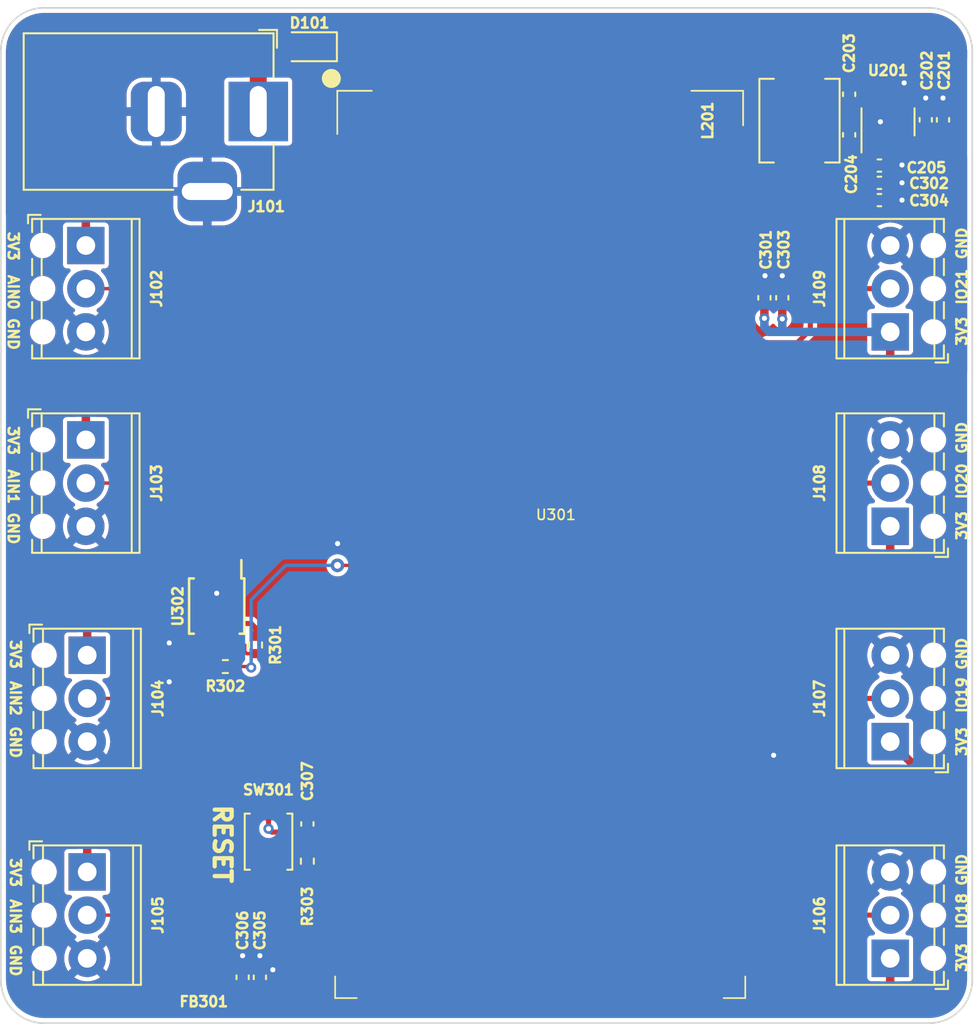
<source format=kicad_pcb>
(kicad_pcb (version 20221018) (generator pcbnew)
  (layers (0 "F.Cu" signal) (31 "B.Cu" signal) (34 "B.Paste" user) (35 "F.Paste" user) (36 "B.SilkS" user "B.Silkscreen") (37 "F.SilkS" user "F.Silkscreen") (38 "B.Mask" user) (39 "F.Mask" user) (44 "Edge.Cuts" user))
  (net 0 "")
  (net 1 "+24V")
  (net 2 "GND")
  (net 3 "/PICO_BASEBOARD_POWER/SW")
  (net 4 "Net-(U201-BST)")
  (net 5 "+5V")
  (net 6 "+3V3")
  (net 7 "Net-(D101-A)")
  (net 8 "/WATER_LEVEL1")
  (net 9 "/WATER_LEVEL2")
  (net 10 "/WATER_LEVEL3")
  (net 11 "/WATER_LEVEL4")
  (net 12 "/AUX_IO1")
  (net 13 "/AUX_IO2")
  (net 14 "/AUX_IO3")
  (net 15 "/AUX_IO4")
  (net 16 "/MCU_RASPBERRYPI_MODULE_PICO/I2C_SCL")
  (net 17 "/MCU_RASPBERRYPI_MODULE_PICO/I2C_SDA")
  (net 18 "/MCU_RASPBERRYPI_MODULE_PICO/I2C_INT")
  (net 19 "VDDA")
  (net 49 "/MCU_RASPBERRYPI_MODULE_PICO/RESET")
  (footprint "Connector_BarrelJack:BarrelJack_Horizontal" (layer "F.Cu") (at 131.984 58.166)
    (fp_text reference "J101" (at 0.477 5.588) (layer "F.SilkS") (effects (font (size 0.6 0.6))))
    (fp_text value "Barrel_Jack")
    (pad "1" thru_hole rect (at 0 0) (size 3.5 3.5) (drill oval 1 3) (layers "*.Cu" "*.Mask") (net 7 "Net-(D101-A)"))
    (pad "2" thru_hole roundrect (at -6 0) (size 3 3.5) (drill oval 1 3) (layers "*.Cu" "*.Mask") (net 2 "GND"))
    (pad "3" thru_hole roundrect (at -3 4.7) (size 3.5 3.5) (drill oval 3 1) (layers "*.Cu" "*.Mask") (net 2 "GND"))
  )
  (footprint "Capacitor_SMD:C_0402_1005Metric" (layer "F.Cu") (at 162.814 69.116 90)
    (fp_text reference "C303" (at 2.822 0.0935 90) (layer "F.SilkS") (effects (font (size 0.6 0.6))))
    (fp_text value "10u")
    (pad "1" smd roundrect (at -0.48 0 90) (size 0.56 0.62) (layers "F.Cu" "F.Paste" "F.Mask") (net 6 "+3V3"))
    (pad "2" smd roundrect (at 0.48 0 90) (size 0.56 0.62) (layers "F.Cu" "F.Paste" "F.Mask") (net 2 "GND"))
  )
  (footprint "TerminalBlock_Phoenix:TerminalBlock_Phoenix_MPT-0,5-3-2.54_1x03_P2.54mm_Horizontal" (layer "F.Cu") (at 169.164 95.21 90)
    (fp_text reference "J107" (at 2.54 -4.16 90) (layer "F.SilkS") (effects (font (size 0.6 0.6))))
    (fp_text value "Conn_AUX2")
    (pad "" np_thru_hole circle (at 0 2.54 90) (size 1.1 1.1) (drill 1.1) (layers "*.Cu" "*.Mask"))
    (pad "" np_thru_hole circle (at 2.54 2.54 90) (size 1.1 1.1) (drill 1.1) (layers "*.Cu" "*.Mask"))
    (pad "" np_thru_hole circle (at 5.08 2.54 90) (size 1.1 1.1) (drill 1.1) (layers "*.Cu" "*.Mask"))
    (pad "1" thru_hole rect (at 0 0 90) (size 2.2 2.2) (drill 1.1) (layers "*.Cu" "*.Mask") (net 6 "+3V3"))
    (pad "2" thru_hole circle (at 2.54 0 90) (size 2.2 2.2) (drill 1.1) (layers "*.Cu" "*.Mask") (net 13 "/AUX_IO2"))
    (pad "3" thru_hole circle (at 5.08 0 90) (size 2.2 2.2) (drill 1.1) (layers "*.Cu" "*.Mask") (net 2 "GND"))
  )
  (footprint "TerminalBlock_Phoenix:TerminalBlock_Phoenix_MPT-0,5-3-2.54_1x03_P2.54mm_Horizontal" (layer "F.Cu") (at 121.92 102.87 -90)
    (fp_text reference "J105" (at 2.54 -4.16 -90) (layer "F.SilkS") (effects (font (size 0.6 0.6))))
    (fp_text value "Conn_WATER4")
    (pad "" np_thru_hole circle (at 0 2.54 270) (size 1.1 1.1) (drill 1.1) (layers "*.Cu" "*.Mask"))
    (pad "" np_thru_hole circle (at 2.54 2.54 270) (size 1.1 1.1) (drill 1.1) (layers "*.Cu" "*.Mask"))
    (pad "" np_thru_hole circle (at 5.08 2.54 270) (size 1.1 1.1) (drill 1.1) (layers "*.Cu" "*.Mask"))
    (pad "1" thru_hole rect (at 0 0 270) (size 2.2 2.2) (drill 1.1) (layers "*.Cu" "*.Mask") (net 19 "VDDA"))
    (pad "2" thru_hole circle (at 2.54 0 270) (size 2.2 2.2) (drill 1.1) (layers "*.Cu" "*.Mask") (net 11 "/WATER_LEVEL4"))
    (pad "3" thru_hole circle (at 5.08 0 270) (size 2.2 2.2) (drill 1.1) (layers "*.Cu" "*.Mask") (net 2 "GND"))
  )
  (footprint "Package_TO_SOT_SMD:TSOT-23-6" (layer "F.Cu") (at 169.034 58.773 90)
    (fp_text reference "U201" (at 3.02 0.003 180) (layer "F.SilkS") (effects (font (size 0.6 0.6))))
    (fp_text value "AP63205WU")
    (pad "1" smd roundrect (at -1.1375 -0.95 90) (size 1.325 0.6) (layers "F.Cu" "F.Paste" "F.Mask") (net 5 "+5V"))
    (pad "2" smd roundrect (at -1.1375 0 90) (size 1.325 0.6) (layers "F.Cu" "F.Paste" "F.Mask") (net 1 "+24V"))
    (pad "3" smd roundrect (at -1.1375 0.95 90) (size 1.325 0.6) (layers "F.Cu" "F.Paste" "F.Mask") (net 1 "+24V"))
    (pad "4" smd roundrect (at 1.1375 0.95 90) (size 1.325 0.6) (layers "F.Cu" "F.Paste" "F.Mask") (net 2 "GND"))
    (pad "5" smd roundrect (at 1.1375 0 90) (size 1.325 0.6) (layers "F.Cu" "F.Paste" "F.Mask") (net 3 "/PICO_BASEBOARD_POWER/SW"))
    (pad "6" smd roundrect (at 1.1375 -0.95 90) (size 1.325 0.6) (layers "F.Cu" "F.Paste" "F.Mask") (net 4 "Net-(U201-BST)"))
  )
  (footprint "Resistor_SMD:R_0402_1005Metric" (layer "F.Cu") (at 130.048 90.796)
    (fp_text reference "R302" (at 0 1.152) (layer "F.SilkS") (effects (font (size 0.6 0.6))))
    (fp_text value "10K")
    (pad "1" smd roundrect (at -0.51 0) (size 0.54 0.64) (layers "F.Cu" "F.Paste" "F.Mask") (net 19 "VDDA"))
    (pad "2" smd roundrect (at 0.51 0) (size 0.54 0.64) (layers "F.Cu" "F.Paste" "F.Mask") (net 17 "/MCU_RASPBERRYPI_MODULE_PICO/I2C_SDA"))
  )
  (footprint "TerminalBlock_Phoenix:TerminalBlock_Phoenix_MPT-0,5-3-2.54_1x03_P2.54mm_Horizontal" (layer "F.Cu") (at 169.164 71.12 90)
    (fp_text reference "J109" (at 2.54 -4.16 90) (layer "F.SilkS") (effects (font (size 0.6 0.6))))
    (fp_text value "Conn_AUX4")
    (pad "" np_thru_hole circle (at 0 2.54 90) (size 1.1 1.1) (drill 1.1) (layers "*.Cu" "*.Mask"))
    (pad "" np_thru_hole circle (at 2.54 2.54 90) (size 1.1 1.1) (drill 1.1) (layers "*.Cu" "*.Mask"))
    (pad "" np_thru_hole circle (at 5.08 2.54 90) (size 1.1 1.1) (drill 1.1) (layers "*.Cu" "*.Mask"))
    (pad "1" thru_hole rect (at 0 0 90) (size 2.2 2.2) (drill 1.1) (layers "*.Cu" "*.Mask") (net 6 "+3V3"))
    (pad "2" thru_hole circle (at 2.54 0 90) (size 2.2 2.2) (drill 1.1) (layers "*.Cu" "*.Mask") (net 15 "/AUX_IO4"))
    (pad "3" thru_hole circle (at 5.08 0 90) (size 2.2 2.2) (drill 1.1) (layers "*.Cu" "*.Mask") (net 2 "GND"))
  )
  (footprint "TerminalBlock_Phoenix:TerminalBlock_Phoenix_MPT-0,5-3-2.54_1x03_P2.54mm_Horizontal" (layer "F.Cu") (at 169.164 82.55 90)
    (fp_text reference "J108" (at 2.54 -4.16 90) (layer "F.SilkS") (effects (font (size 0.6 0.6))))
    (fp_text value "Conn_AUX3")
    (pad "" np_thru_hole circle (at 0 2.54 90) (size 1.1 1.1) (drill 1.1) (layers "*.Cu" "*.Mask"))
    (pad "" np_thru_hole circle (at 2.54 2.54 90) (size 1.1 1.1) (drill 1.1) (layers "*.Cu" "*.Mask"))
    (pad "" np_thru_hole circle (at 5.08 2.54 90) (size 1.1 1.1) (drill 1.1) (layers "*.Cu" "*.Mask"))
    (pad "1" thru_hole rect (at 0 0 90) (size 2.2 2.2) (drill 1.1) (layers "*.Cu" "*.Mask") (net 6 "+3V3"))
    (pad "2" thru_hole circle (at 2.54 0 90) (size 2.2 2.2) (drill 1.1) (layers "*.Cu" "*.Mask") (net 14 "/AUX_IO3"))
    (pad "3" thru_hole circle (at 5.08 0 90) (size 2.2 2.2) (drill 1.1) (layers "*.Cu" "*.Mask") (net 2 "GND"))
  )
  (footprint "Capacitor_SMD:C_0402_1005Metric" (layer "F.Cu") (at 166.748 59.535 90)
    (fp_text reference "C204" (at -2.314 0.13 90) (layer "F.SilkS") (effects (font (size 0.6 0.6))))
    (fp_text value "10u")
    (pad "1" smd roundrect (at -0.48 0 90) (size 0.56 0.62) (layers "F.Cu" "F.Paste" "F.Mask") (net 5 "+5V"))
    (pad "2" smd roundrect (at 0.48 0 90) (size 0.56 0.62) (layers "F.Cu" "F.Paste" "F.Mask") (net 2 "GND"))
  )
  (footprint "TerminalBlock_Phoenix:TerminalBlock_Phoenix_MPT-0,5-3-2.54_1x03_P2.54mm_Horizontal" (layer "F.Cu") (at 121.92 90.13 -90)
    (fp_text reference "J104" (at 2.54 -4.16 -90) (layer "F.SilkS") (effects (font (size 0.6 0.6))))
    (fp_text value "Conn_WATER3")
    (pad "" np_thru_hole circle (at 0 2.54 270) (size 1.1 1.1) (drill 1.1) (layers "*.Cu" "*.Mask"))
    (pad "" np_thru_hole circle (at 2.54 2.54 270) (size 1.1 1.1) (drill 1.1) (layers "*.Cu" "*.Mask"))
    (pad "" np_thru_hole circle (at 5.08 2.54 270) (size 1.1 1.1) (drill 1.1) (layers "*.Cu" "*.Mask"))
    (pad "1" thru_hole rect (at 0 0 270) (size 2.2 2.2) (drill 1.1) (layers "*.Cu" "*.Mask") (net 19 "VDDA"))
    (pad "2" thru_hole circle (at 2.54 0 270) (size 2.2 2.2) (drill 1.1) (layers "*.Cu" "*.Mask") (net 10 "/WATER_LEVEL3"))
    (pad "3" thru_hole circle (at 5.08 0 270) (size 2.2 2.2) (drill 1.1) (layers "*.Cu" "*.Mask") (net 2 "GND"))
  )
  (footprint "Diode_SMD:D_SOD-323" (layer "F.Cu") (at 135.001 54.356 180)
    (fp_text reference "D101" (at 0 1.397) (layer "F.SilkS") (effects (font (size 0.6 0.6))))
    (fp_text value "SS34")
    (pad "1" smd roundrect (at -1.05 0 180) (size 0.6 0.45) (layers "F.Cu" "F.Paste" "F.Mask") (net 1 "+24V"))
    (pad "2" smd roundrect (at 1.05 0 180) (size 0.6 0.45) (layers "F.Cu" "F.Paste" "F.Mask") (net 7 "Net-(D101-A)"))
  )
  (footprint "Package_SO:TSSOP-10_3x3mm_P0.5mm" (layer "F.Cu") (at 129.54 87.24 -90)
    (fp_text reference "U302" (at 0.009 2.286 90) (layer "F.SilkS") (effects (font (size 0.6 0.6))))
    (fp_text value "ADS1115IDGS")
    (pad "1" smd rect (at -2.15 -1 270) (size 1.1 0.25) (layers "F.Cu" "F.Paste" "F.Mask") (net 2 "GND"))
    (pad "2" smd rect (at -2.15 -0.5 270) (size 1.1 0.25) (layers "F.Cu" "F.Paste" "F.Mask") (net 18 "/MCU_RASPBERRYPI_MODULE_PICO/I2C_INT"))
    (pad "3" smd rect (at -2.15 0 270) (size 1.1 0.25) (layers "F.Cu" "F.Paste" "F.Mask") (net 2 "GND"))
    (pad "4" smd rect (at -2.15 0.5 270) (size 1.1 0.25) (layers "F.Cu" "F.Paste" "F.Mask") (net 8 "/WATER_LEVEL1"))
    (pad "5" smd rect (at -2.15 1 270) (size 1.1 0.25) (layers "F.Cu" "F.Paste" "F.Mask") (net 9 "/WATER_LEVEL2"))
    (pad "6" smd rect (at 2.15 1 270) (size 1.1 0.25) (layers "F.Cu" "F.Paste" "F.Mask") (net 10 "/WATER_LEVEL3"))
    (pad "7" smd rect (at 2.15 0.5 270) (size 1.1 0.25) (layers "F.Cu" "F.Paste" "F.Mask") (net 11 "/WATER_LEVEL4"))
    (pad "8" smd rect (at 2.15 0 270) (size 1.1 0.25) (layers "F.Cu" "F.Paste" "F.Mask") (net 19 "VDDA"))
    (pad "9" smd rect (at 2.15 -0.5 270) (size 1.1 0.25) (layers "F.Cu" "F.Paste" "F.Mask") (net 17 "/MCU_RASPBERRYPI_MODULE_PICO/I2C_SDA"))
    (pad "10" smd rect (at 2.15 -1 270) (size 1.1 0.25) (layers "F.Cu" "F.Paste" "F.Mask") (net 16 "/MCU_RASPBERRYPI_MODULE_PICO/I2C_SCL"))
  )
  (footprint "Capacitor_SMD:C_0402_1005Metric" (layer "F.Cu") (at 161.762 69.116 90)
    (fp_text reference "C301" (at 2.822 0.0935 90) (layer "F.SilkS") (effects (font (size 0.6 0.6))))
    (fp_text value "100n")
    (pad "1" smd roundrect (at -0.48 0 90) (size 0.56 0.62) (layers "F.Cu" "F.Paste" "F.Mask") (net 6 "+3V3"))
    (pad "2" smd roundrect (at 0.48 0 90) (size 0.56 0.62) (layers "F.Cu" "F.Paste" "F.Mask") (net 2 "GND"))
  )
  (footprint "Capacitor_SMD:C_0402_1005Metric" (layer "F.Cu") (at 168.529 62.357)
    (fp_text reference "C302" (at 2.921 0.0335) (layer "F.SilkS") (effects (font (size 0.6 0.6))))
    (fp_text value "100n")
    (pad "1" smd roundrect (at -0.48 0) (size 0.56 0.62) (layers "F.Cu" "F.Paste" "F.Mask") (net 5 "+5V"))
    (pad "2" smd roundrect (at 0.48 0) (size 0.56 0.62) (layers "F.Cu" "F.Paste" "F.Mask") (net 2 "GND"))
  )
  (footprint "TerminalBlock_Phoenix:TerminalBlock_Phoenix_MPT-0,5-3-2.54_1x03_P2.54mm_Horizontal" (layer "F.Cu") (at 121.84 66.04 -90)
    (fp_text reference "J102" (at 2.54 -4.16 -90) (layer "F.SilkS") (effects (font (size 0.6 0.6))))
    (fp_text value "Conn_WATER1")
    (pad "" np_thru_hole circle (at 0 2.54 270) (size 1.1 1.1) (drill 1.1) (layers "*.Cu" "*.Mask"))
    (pad "" np_thru_hole circle (at 2.54 2.54 270) (size 1.1 1.1) (drill 1.1) (layers "*.Cu" "*.Mask"))
    (pad "" np_thru_hole circle (at 5.08 2.54 270) (size 1.1 1.1) (drill 1.1) (layers "*.Cu" "*.Mask"))
    (pad "1" thru_hole rect (at 0 0 270) (size 2.2 2.2) (drill 1.1) (layers "*.Cu" "*.Mask") (net 19 "VDDA"))
    (pad "2" thru_hole circle (at 2.54 0 270) (size 2.2 2.2) (drill 1.1) (layers "*.Cu" "*.Mask") (net 8 "/WATER_LEVEL1"))
    (pad "3" thru_hole circle (at 5.08 0 270) (size 2.2 2.2) (drill 1.1) (layers "*.Cu" "*.Mask") (net 2 "GND"))
  )
  (footprint "Capacitor_SMD:C_0402_1005Metric" (layer "F.Cu") (at 168.529 61.341)
    (fp_text reference "C205" (at 2.766 0.127) (layer "F.SilkS") (effects (font (size 0.6 0.6))))
    (fp_text value "10u")
    (pad "1" smd roundrect (at -0.48 0) (size 0.56 0.62) (layers "F.Cu" "F.Paste" "F.Mask") (net 5 "+5V"))
    (pad "2" smd roundrect (at 0.48 0) (size 0.56 0.62) (layers "F.Cu" "F.Paste" "F.Mask") (net 2 "GND"))
  )
  (footprint "Inductor_SMD:L_Sunlord_MWSA0402S" (layer "F.Cu") (at 163.827 58.701 -90)
    (fp_text reference "L201" (at 0 5.4 -270) (layer "F.SilkS") (effects (font (size 0.6 0.6))))
    (fp_text value "4.7u")
    (pad "1" smd rect (at -1.85 0 270) (size 1.5 2.5) (layers "F.Cu" "F.Paste" "F.Mask") (net 3 "/PICO_BASEBOARD_POWER/SW"))
    (pad "2" smd rect (at 1.85 0 270) (size 1.5 2.5) (layers "F.Cu" "F.Paste" "F.Mask") (net 5 "+5V"))
  )
  (footprint "Capacitor_SMD:C_0402_1005Metric" (layer "F.Cu") (at 132.08 109.065 90)
    (fp_text reference "C305" (at 2.757 0 90) (layer "F.SilkS") (effects (font (size 0.6 0.6))))
    (fp_text value "1u")
    (pad "1" smd roundrect (at -0.48 0 90) (size 0.56 0.62) (layers "F.Cu" "F.Paste" "F.Mask") (net 6 "+3V3"))
    (pad "2" smd roundrect (at 0.48 0 90) (size 0.56 0.62) (layers "F.Cu" "F.Paste" "F.Mask") (net 2 "GND"))
  )
  (footprint "TerminalBlock_Phoenix:TerminalBlock_Phoenix_MPT-0,5-3-2.54_1x03_P2.54mm_Horizontal" (layer "F.Cu") (at 169.164 107.95 90)
    (fp_text reference "J106" (at 2.54 -4.16 90) (layer "F.SilkS") (effects (font (size 0.6 0.6))))
    (fp_text value "Conn_AUX1")
    (pad "" np_thru_hole circle (at 0 2.54 90) (size 1.1 1.1) (drill 1.1) (layers "*.Cu" "*.Mask"))
    (pad "" np_thru_hole circle (at 2.54 2.54 90) (size 1.1 1.1) (drill 1.1) (layers "*.Cu" "*.Mask"))
    (pad "" np_thru_hole circle (at 5.08 2.54 90) (size 1.1 1.1) (drill 1.1) (layers "*.Cu" "*.Mask"))
    (pad "1" thru_hole rect (at 0 0 90) (size 2.2 2.2) (drill 1.1) (layers "*.Cu" "*.Mask") (net 6 "+3V3"))
    (pad "2" thru_hole circle (at 2.54 0 90) (size 2.2 2.2) (drill 1.1) (layers "*.Cu" "*.Mask") (net 12 "/AUX_IO1"))
    (pad "3" thru_hole circle (at 5.08 0 90) (size 2.2 2.2) (drill 1.1) (layers "*.Cu" "*.Mask") (net 2 "GND"))
  )
  (footprint "Capacitor_SMD:C_0402_1005Metric" (layer "F.Cu") (at 166.748 57.15 -90)
    (fp_text reference "C203" (at -2.413 -0.003 -270) (layer "F.SilkS") (effects (font (size 0.6 0.6))))
    (fp_text value "100n")
    (pad "1" smd roundrect (at -0.48 0 270) (size 0.56 0.62) (layers "F.Cu" "F.Paste" "F.Mask") (net 3 "/PICO_BASEBOARD_POWER/SW"))
    (pad "2" smd roundrect (at 0.48 0 270) (size 0.56 0.62) (layers "F.Cu" "F.Paste" "F.Mask") (net 4 "Net-(U201-BST)"))
  )
  (footprint "Capacitor_SMD:C_0402_1005Metric" (layer "F.Cu") (at 168.529 63.373)
    (fp_text reference "C304" (at 2.921 0.0335) (layer "F.SilkS") (effects (font (size 0.6 0.6))))
    (fp_text value "10u")
    (pad "1" smd roundrect (at -0.48 0) (size 0.56 0.62) (layers "F.Cu" "F.Paste" "F.Mask") (net 5 "+5V"))
    (pad "2" smd roundrect (at 0.48 0) (size 0.56 0.62) (layers "F.Cu" "F.Paste" "F.Mask") (net 2 "GND"))
  )
  (footprint "Capacitor_SMD:C_0402_1005Metric" (layer "F.Cu") (at 171.254 58.653 90)
    (fp_text reference "C202" (at 2.9 0.069 90) (layer "F.SilkS") (effects (font (size 0.6 0.6))))
    (fp_text value "100n")
    (pad "1" smd roundrect (at -0.48 0 90) (size 0.56 0.62) (layers "F.Cu" "F.Paste" "F.Mask") (net 1 "+24V"))
    (pad "2" smd roundrect (at 0.48 0 90) (size 0.56 0.62) (layers "F.Cu" "F.Paste" "F.Mask") (net 2 "GND"))
  )
  (footprint "Capacitor_SMD:C_0402_1005Metric" (layer "F.Cu") (at 131.064 109.065 90)
    (fp_text reference "C306" (at 2.757 0 90) (layer "F.SilkS") (effects (font (size 0.6 0.6))))
    (fp_text value "1u")
    (pad "1" smd roundrect (at -0.48 0 90) (size 0.56 0.62) (layers "F.Cu" "F.Paste" "F.Mask") (net 19 "VDDA"))
    (pad "2" smd roundrect (at 0.48 0 90) (size 0.56 0.62) (layers "F.Cu" "F.Paste" "F.Mask") (net 2 "GND"))
  )
  (footprint "Capacitor_SMD:C_0402_1005Metric" (layer "F.Cu") (at 134.874 100.048 90)
    (fp_text reference "C307" (at 2.512 0 90) (layer "F.SilkS") (effects (font (size 0.6 0.6))))
    (fp_text value "1u")
    (pad "1" smd roundrect (at -0.48 0 90) (size 0.56 0.62) (layers "F.Cu" "F.Paste" "F.Mask") (net 49 "/MCU_RASPBERRYPI_MODULE_PICO/RESET"))
    (pad "2" smd roundrect (at 0.48 0 90) (size 0.56 0.62) (layers "F.Cu" "F.Paste" "F.Mask") (net 2 "GND"))
  )
  (footprint "TerminalBlock_Phoenix:TerminalBlock_Phoenix_MPT-0,5-3-2.54_1x03_P2.54mm_Horizontal" (layer "F.Cu") (at 121.84 77.47 -90)
    (fp_text reference "J103" (at 2.54 -4.16 -90) (layer "F.SilkS") (effects (font (size 0.6 0.6))))
    (fp_text value "Conn_WATER2")
    (pad "" np_thru_hole circle (at 0 2.54 270) (size 1.1 1.1) (drill 1.1) (layers "*.Cu" "*.Mask"))
    (pad "" np_thru_hole circle (at 2.54 2.54 270) (size 1.1 1.1) (drill 1.1) (layers "*.Cu" "*.Mask"))
    (pad "" np_thru_hole circle (at 5.08 2.54 270) (size 1.1 1.1) (drill 1.1) (layers "*.Cu" "*.Mask"))
    (pad "1" thru_hole rect (at 0 0 270) (size 2.2 2.2) (drill 1.1) (layers "*.Cu" "*.Mask") (net 19 "VDDA"))
    (pad "2" thru_hole circle (at 2.54 0 270) (size 2.2 2.2) (drill 1.1) (layers "*.Cu" "*.Mask") (net 9 "/WATER_LEVEL2"))
    (pad "3" thru_hole circle (at 5.08 0 270) (size 2.2 2.2) (drill 1.1) (layers "*.Cu" "*.Mask") (net 2 "GND"))
  )
  (footprint "Inductor_SMD:L_0402_1005Metric" (layer "F.Cu") (at 131.572 110.49 180)
    (fp_text reference "FB301" (at 2.794 -0.009) (layer "F.SilkS") (effects (font (size 0.6 0.6))))
    (fp_text value "220R@100MHz")
    (pad "1" smd roundrect (at -0.485 0 180) (size 0.59 0.64) (layers "F.Cu" "F.Paste" "F.Mask") (net 6 "+3V3"))
    (pad "2" smd roundrect (at 0.485 0 180) (size 0.59 0.64) (layers "F.Cu" "F.Paste" "F.Mask") (net 19 "VDDA"))
  )
  (footprint "Resistor_SMD:R_0402_1005Metric" (layer "F.Cu") (at 134.874 102.24 90)
    (fp_text reference "R303" (at -2.662 0 90) (layer "F.SilkS") (effects (font (size 0.6 0.6))))
    (fp_text value "10K")
    (pad "1" smd roundrect (at -0.51 0 90) (size 0.54 0.64) (layers "F.Cu" "F.Paste" "F.Mask") (net 6 "+3V3"))
    (pad "2" smd roundrect (at 0.51 0 90) (size 0.54 0.64) (layers "F.Cu" "F.Paste" "F.Mask") (net 49 "/MCU_RASPBERRYPI_MODULE_PICO/RESET"))
  )
  (footprint "Button_Switch_SMD:SW_SPST_B3U-1000P" (layer "F.Cu") (at 132.588 101.092 90)
    (fp_text reference "SW301" (at 3.048 0 180) (layer "F.SilkS") (effects (font (size 0.6 0.6))))
    (fp_text value "SW_RESET")
    (pad "1" smd rect (at -1.7 0 90) (size 0.9 1.7) (layers "F.Cu" "F.Paste" "F.Mask") (net 2 "GND"))
    (pad "2" smd rect (at 1.7 0 90) (size 0.9 1.7) (layers "F.Cu" "F.Paste" "F.Mask") (net 49 "/MCU_RASPBERRYPI_MODULE_PICO/RESET"))
  )
  (footprint "Capacitor_SMD:C_0402_1005Metric" (layer "F.Cu") (at 172.27 58.653 90)
    (fp_text reference "C201" (at 2.9 0.069 270) (layer "F.SilkS") (effects (font (size 0.6 0.6))))
    (fp_text value "10u")
    (pad "1" smd roundrect (at -0.48 0 90) (size 0.56 0.62) (layers "F.Cu" "F.Paste" "F.Mask") (net 1 "+24V"))
    (pad "2" smd roundrect (at 0.48 0 90) (size 0.56 0.62) (layers "F.Cu" "F.Paste" "F.Mask") (net 2 "GND"))
  )
  (footprint "Resistor_SMD:R_0402_1005Metric" (layer "F.Cu") (at 131.826 89.526 -90)
    (fp_text reference "R301" (at 0 -1.17 90) (layer "F.SilkS") (effects (font (size 0.6 0.6))))
    (fp_text value "10K")
    (pad "1" smd roundrect (at -0.51 0 270) (size 0.54 0.64) (layers "F.Cu" "F.Paste" "F.Mask") (net 19 "VDDA"))
    (pad "2" smd roundrect (at 0.51 0 270) (size 0.54 0.64) (layers "F.Cu" "F.Paste" "F.Mask") (net 16 "/MCU_RASPBERRYPI_MODULE_PICO/I2C_SCL"))
  )
  (footprint "My_MCU_RaspberryPi_Module:RaspberryPi Pico" (layer "F.Cu") (at 138.062 109.306)
    (fp_text reference "U301" (at 11.43 -27.432 unlocked) (layer "F.SilkS") (effects (font (size 0.6 0.6) (thickness 0.1))))
    (fp_text value "RaspberryPi Pico")
    (pad "1" smd roundrect (at 0.81 -49.86) (size 3.2 1.6) (layers "F.Cu" "F.Paste" "F.Mask") (roundrect_rratio 0.5) (chamfer_ratio 0) (chamfer top_left bottom_left))
    (pad "2" smd roundrect (at 0.81 -47.32) (size 3.2 1.6) (layers "F.Cu" "F.Paste" "F.Mask") (roundrect_rratio 0.5) (chamfer_ratio 0) (chamfer top_left bottom_left))
    (pad "3" smd roundrect (at 0.81 -44.78) (size 3.2 1.6) (layers "F.Cu" "F.Paste" "F.Mask") (roundrect_rratio 0.125) (net 2 "GND"))
    (pad "4" smd roundrect (at 0.81 -42.24) (size 3.2 1.6) (layers "F.Cu" "F.Paste" "F.Mask") (roundrect_rratio 0.5) (chamfer_ratio 0) (chamfer top_left bottom_left))
    (pad "5" smd roundrect (at 0.81 -39.7) (size 3.2 1.6) (layers "F.Cu" "F.Paste" "F.Mask") (roundrect_rratio 0.5) (chamfer_ratio 0) (chamfer top_left bottom_left))
    (pad "6" smd roundrect (at 0.81 -37.16) (size 3.2 1.6) (layers "F.Cu" "F.Paste" "F.Mask") (roundrect_rratio 0.5) (chamfer_ratio 0) (chamfer top_left bottom_left))
    (pad "7" smd roundrect (at 0.81 -34.62) (size 3.2 1.6) (layers "F.Cu" "F.Paste" "F.Mask") (roundrect_rratio 0.5) (chamfer_ratio 0) (chamfer top_left bottom_left))
    (pad "8" smd roundrect (at 0.81 -32.08) (size 3.2 1.6) (layers "F.Cu" "F.Paste" "F.Mask") (roundrect_rratio 0.125) (net 2 "GND"))
    (pad "9" smd roundrect (at 0.81 -29.54) (size 3.2 1.6) (layers "F.Cu" "F.Paste" "F.Mask") (roundrect_rratio 0.5) (chamfer_ratio 0) (chamfer top_left bottom_left))
    (pad "10" smd roundrect (at 0.81 -27) (size 3.2 1.6) (layers "F.Cu" "F.Paste" "F.Mask") (roundrect_rratio 0.5) (chamfer_ratio 0) (chamfer top_left bottom_left) (net 18 "/MCU_RASPBERRYPI_MODULE_PICO/I2C_INT"))
    (pad "11" smd roundrect (at 0.81 -24.46) (size 3.2 1.6) (layers "F.Cu" "F.Paste" "F.Mask") (roundrect_rratio 0.5) (chamfer_ratio 0) (chamfer top_left bottom_left) (net 17 "/MCU_RASPBERRYPI_MODULE_PICO/I2C_SDA"))
    (pad "12" smd roundrect (at 0.81 -21.92) (size 3.2 1.6) (layers "F.Cu" "F.Paste" "F.Mask") (roundrect_rratio 0.5) (chamfer_ratio 0) (chamfer top_left bottom_left) (net 16 "/MCU_RASPBERRYPI_MODULE_PICO/I2C_SCL"))
    (pad "13" smd roundrect (at 0.81 -19.38) (size 3.2 1.6) (layers "F.Cu" "F.Paste" "F.Mask") (roundrect_rratio 0.125) (net 2 "GND"))
    (pad "14" smd roundrect (at 0.81 -16.84) (size 3.2 1.6) (layers "F.Cu" "F.Paste" "F.Mask") (roundrect_rratio 0.5) (chamfer_ratio 0) (chamfer top_left bottom_left))
    (pad "15" smd roundrect (at 0.81 -14.3) (size 3.2 1.6) (layers "F.Cu" "F.Paste" "F.Mask") (roundrect_rratio 0.5) (chamfer_ratio 0) (chamfer top_left bottom_left))
    (pad "16" smd roundrect (at 0.81 -11.76) (size 3.2 1.6) (layers "F.Cu" "F.Paste" "F.Mask") (roundrect_rratio 0.5) (chamfer_ratio 0) (chamfer top_left bottom_left))
    (pad "17" smd roundrect (at 0.81 -9.22) (size 3.2 1.6) (layers "F.Cu" "F.Paste" "F.Mask") (roundrect_rratio 0.5) (chamfer_ratio 0) (chamfer top_left bottom_left))
    (pad "18" smd roundrect (at 0.81 -6.68) (size 3.2 1.6) (layers "F.Cu" "F.Paste" "F.Mask") (roundrect_rratio 0.125) (net 2 "GND"))
    (pad "19" smd roundrect (at 0.81 -4.14) (size 3.2 1.6) (layers "F.Cu" "F.Paste" "F.Mask") (roundrect_rratio 0.5) (chamfer_ratio 0) (chamfer top_left bottom_left))
    (pad "20" smd roundrect (at 0.81 -1.6) (size 3.2 1.6) (layers "F.Cu" "F.Paste" "F.Mask") (roundrect_rratio 0.5) (chamfer_ratio 0) (chamfer top_left bottom_left))
    (pad "21" smd roundrect (at 20.18 -1.61 180) (size 3.2 1.6) (layers "F.Cu" "F.Paste" "F.Mask") (roundrect_rratio 0.5) (chamfer_ratio 0) (chamfer top_left bottom_left))
    (pad "22" smd roundrect (at 20.18 -4.15 180) (size 3.2 1.6) (layers "F.Cu" "F.Paste" "F.Mask") (roundrect_rratio 0.5) (chamfer_ratio 0) (chamfer top_left bottom_left))
    (pad "23" smd roundrect (at 20.18 -6.69 180) (size 3.2 1.6) (layers "F.Cu" "F.Paste" "F.Mask") (roundrect_rratio 0.125) (net 2 "GND"))
    (pad "24" smd roundrect (at 20.18 -9.23 180) (size 3.2 1.6) (layers "F.Cu" "F.Paste" "F.Mask") (roundrect_rratio 0.5) (chamfer_ratio 0) (chamfer top_left bottom_left) (net 12 "/AUX_IO1"))
    (pad "25" smd roundrect (at 20.18 -11.77 180) (size 3.2 1.6) (layers "F.Cu" "F.Paste" "F.Mask") (roundrect_rratio 0.5) (chamfer_ratio 0) (chamfer top_left bottom_left) (net 13 "/AUX_IO2"))
    (pad "26" smd roundrect (at 20.18 -14.31 180) (size 3.2 1.6) (layers "F.Cu" "F.Paste" "F.Mask") (roundrect_rratio 0.5) (chamfer_ratio 0) (chamfer top_left bottom_left) (net 14 "/AUX_IO3"))
    (pad "27" smd roundrect (at 20.18 -16.85 180) (size 3.2 1.6) (layers "F.Cu" "F.Paste" "F.Mask") (roundrect_rratio 0.5) (chamfer_ratio 0) (chamfer top_left bottom_left) (net 15 "/AUX_IO4"))
    (pad "28" smd roundrect (at 20.18 -19.39 180) (size 3.2 1.6) (layers "F.Cu" "F.Paste" "F.Mask") (roundrect_rratio 0.125) (net 2 "GND"))
    (pad "29" smd roundrect (at 20.18 -21.93 180) (size 3.2 1.6) (layers "F.Cu" "F.Paste" "F.Mask") (roundrect_rratio 0.5) (chamfer_ratio 0) (chamfer top_left bottom_left))
    (pad "30" smd roundrect (at 20.18 -24.47 180) (size 3.2 1.6) (layers "F.Cu" "F.Paste" "F.Mask") (roundrect_rratio 0.5) (chamfer_ratio 0) (chamfer top_left bottom_left) (net 49 "/MCU_RASPBERRYPI_MODULE_PICO/RESET"))
    (pad "31" smd roundrect (at 20.18 -27.01 180) (size 3.2 1.6) (layers "F.Cu" "F.Paste" "F.Mask") (roundrect_rratio 0.5) (chamfer_ratio 0) (chamfer top_left bottom_left))
    (pad "32" smd roundrect (at 20.18 -29.55 180) (size 3.2 1.6) (layers "F.Cu" "F.Paste" "F.Mask") (roundrect_rratio 0.5) (chamfer_ratio 0) (chamfer top_left bottom_left))
    (pad "33" smd roundrect (at 20.18 -32.09 180) (size 3.2 1.6) (layers "F.Cu" "F.Paste" "F.Mask") (roundrect_rratio 0.125) (net 2 "GND"))
    (pad "34" smd roundrect (at 20.18 -34.63 180) (size 3.2 1.6) (layers "F.Cu" "F.Paste" "F.Mask") (roundrect_rratio 0.5) (chamfer_ratio 0) (chamfer top_left bottom_left))
    (pad "35" smd roundrect (at 20.18 -37.17 180) (size 3.2 1.6) (layers "F.Cu" "F.Paste" "F.Mask") (roundrect_rratio 0.5) (chamfer_ratio 0) (chamfer top_left bottom_left))
    (pad "36" smd roundrect (at 20.18 -39.71 180) (size 3.2 1.6) (layers "F.Cu" "F.Paste" "F.Mask") (roundrect_rratio 0.5) (chamfer_ratio 0) (chamfer top_left bottom_left) (net 6 "+3V3"))
    (pad "37" smd roundrect (at 20.18 -42.25 180) (size 3.2 1.6) (layers "F.Cu" "F.Paste" "F.Mask") (roundrect_rratio 0.5) (chamfer_ratio 0) (chamfer top_left bottom_left))
    (pad "38" smd roundrect (at 20.18 -44.79 180) (size 3.2 1.6) (layers "F.Cu" "F.Paste" "F.Mask") (roundrect_rratio 0.125) (net 2 "GND"))
    (pad "39" smd roundrect (at 20.18 -47.33 180) (size 3.2 1.6) (layers "F.Cu" "F.Paste" "F.Mask") (roundrect_rratio 0.5) (chamfer_ratio 0) (chamfer top_left bottom_left) (net 5 "+5V"))
    (pad "40" smd roundrect (at 20.18 -49.87 180) (size 3.2 1.6) (layers "F.Cu" "F.Paste" "F.Mask") (roundrect_rratio 0.5) (chamfer_ratio 0) (chamfer top_left bottom_left))
    (pad "A" smd roundrect (at 7.775 -49.5 180) (size 1.1 1.8) (layers "F.Cu" "F.Paste" "F.Mask") (roundrect_rratio 0.5) (net 2 "GND"))
    (pad "B" smd roundrect (at 13.225 -49.5 180) (size 1.1 1.8) (layers "F.Cu" "F.Paste" "F.Mask") (roundrect_rratio 0.5) (net 2 "GND"))
    (pad "C" smd roundrect (at 8.075 -46.47 180) (size 1.05 1.45) (layers "F.Cu" "F.Paste" "F.Mask") (roundrect_rratio 0.5) (net 2 "GND"))
    (pad "D" smd roundrect (at 12.925 -46.47 180) (size 1.05 1.45) (layers "F.Cu" "F.Paste" "F.Mask") (roundrect_rratio 0.5) (net 2 "GND"))
    (pad "D1" smd roundrect (at 7.97 -0.798 90) (size 3.2 1.6) (layers "F.Cu" "F.Paste" "F.Mask") (roundrect_rratio 0.5) (chamfer_ratio 0) (chamfer top_left bottom_left))
    (pad "D2" smd roundrect (at 10.51 -0.798 90) (size 3.2 1.6) (layers "F.Cu" "F.Paste" "F.Mask") (roundrect_rratio 0.125) (net 2 "GND"))
    (pad "D3" smd roundrect (at 13.05 -0.798 90) (size 3.2 1.6) (layers "F.Cu" "F.Paste" "F.Mask") (roundrect_rratio 0.5) (chamfer_ratio 0) (chamfer top_left bottom_left))
    (pad "TP1" smd roundrect (at 10.5 -46.5 180) (size 1.5 1.5) (layers "F.Cu" "F.Paste" "F.Mask") (roundrect_rratio 0.2) (net 2 "GND"))
    (pad "TP2" smd roundrect (at 11.5 -49.8 180) (size 1.5 1.5) (layers "F.Cu" "F.Paste" "F.Mask") (roundrect_rratio 0.2))
    (pad "TP3" smd roundrect (at 9.5 -49.8 180) (size 1.5 1.5) (layers "F.Cu" "F.Paste" "F.Mask") (roundrect_rratio 0.2))
    (pad "TP4" smd roundrect (at 8 -43 180) (size 1.5 1.5) (layers "F.Cu" "F.Paste" "F.Mask") (roundrect_rratio 0.2))
    (pad "TP5" smd roundrect (at 8 -40.5 180) (size 1.5 1.5) (layers "F.Cu" "F.Paste" "F.Mask") (roundrect_rratio 0.2))
    (pad "TP6" smd roundrect (at 8 -38 180) (size 1.5 1.5) (layers "F.Cu" "F.Paste" "F.Mask") (roundrect_rratio 0.2))
  )
  (gr_arc (start 171.45 52.07) (mid 173.246051 52.813949) (end 173.99 54.61) (stroke (width 0.1)) (layer "Edge.Cuts"))
  (gr_line (start 171.45 111.76) (end 119.38 111.76) (stroke (width 0.1)) (layer "Edge.Cuts"))
  (gr_line (start 116.84 109.22) (end 116.84 54.61) (stroke (width 0.1)) (layer "Edge.Cuts"))
  (gr_arc (start 116.84 54.61) (mid 117.583949 52.813949) (end 119.38 52.07) (stroke (width 0.1)) (layer "Edge.Cuts"))
  (gr_line (start 173.99 54.61) (end 173.99 109.22) (stroke (width 0.1)) (layer "Edge.Cuts"))
  (gr_line (start 119.38 52.07) (end 171.45 52.07) (stroke (width 0.1)) (layer "Edge.Cuts"))
  (gr_arc (start 119.38 111.76) (mid 117.583949 111.016051) (end 116.84 109.22) (stroke (width 0.1)) (layer "Edge.Cuts"))
  (gr_arc (start 173.99 109.22) (mid 173.246051 111.016051) (end 171.45 111.76) (stroke (width 0.1)) (layer "Edge.Cuts"))
  (gr_text "GND" (at 117.348 94.234 -90) (layer "F.SilkS") (effects (font (size 0.6 0.6) (thickness 0.15) bold) (justify left bottom)))
  (gr_text "IO18" (at 173.736 106.299 90) (layer "F.SilkS") (effects (font (size 0.6 0.6) (thickness 0.15) bold) (justify left bottom)))
  (gr_text "RESET" (at 129.286 98.806 270) (layer "F.SilkS") (effects (font (size 1 1) (thickness 0.25) bold) (justify left bottom)))
  (gr_text "IO20" (at 173.736 81.026 90) (layer "F.SilkS") (effects (font (size 0.6 0.6) (thickness 0.15) bold) (justify left bottom)))
  (gr_text "3V3" (at 117.348 89.154 -90) (layer "F.SilkS") (effects (font (size 0.6 0.6) (thickness 0.15) bold) (justify left bottom)))
  (gr_text "3V3" (at 173.736 83.439 90) (layer "F.SilkS") (effects (font (size 0.6 0.6) (thickness 0.15) bold) (justify left bottom)))
  (gr_text "AIN2" (at 117.348 91.567 270) (layer "F.SilkS") (effects (font (size 0.6 0.6) (thickness 0.15) bold) (justify left bottom)))
  (gr_text "IO21" (at 173.736 69.596 90) (layer "F.SilkS") (effects (font (size 0.6 0.6) (thickness 0.15) bold) (justify left bottom)))
  (gr_text "AIN3" (at 117.348 104.394 270) (layer "F.SilkS") (effects (font (size 0.6 0.6) (thickness 0.15) bold) (justify left bottom)))
  (gr_text "GND" (at 173.736 66.929 90) (layer "F.SilkS") (effects (font (size 0.6 0.6) (thickness 0.15) bold) (justify left bottom)))
  (gr_text "GND" (at 173.736 103.759 90) (layer "F.SilkS") (effects (font (size 0.6 0.6) (thickness 0.15) bold) (justify left bottom)))
  (gr_text "3V3" (at 117.348 101.981 -90) (layer "F.SilkS") (effects (font (size 0.6 0.6) (thickness 0.15) bold) (justify left bottom)))
  (gr_text "3V3" (at 117.221 65.151 -90) (layer "F.SilkS") (effects (font (size 0.6 0.6) (thickness 0.15) bold) (justify left bottom)))
  (gr_text "3V3" (at 173.736 108.839 90) (layer "F.SilkS") (effects (font (size 0.6 0.6) (thickness 0.15) bold) (justify left bottom)))
  (gr_text "GND" (at 117.221 70.231 -90) (layer "F.SilkS") (effects (font (size 0.6 0.6) (thickness 0.15) bold) (justify left bottom)))
  (gr_text "AIN1" (at 117.221 79.121 270) (layer "F.SilkS") (effects (font (size 0.6 0.6) (thickness 0.15) bold) (justify left bottom)))
  (gr_text "GND" (at 117.221 81.661 -90) (layer "F.SilkS") (effects (font (size 0.6 0.6) (thickness 0.15) bold) (justify left bottom)))
  (gr_text "GND" (at 173.736 78.359 90) (layer "F.SilkS") (effects (font (size 0.6 0.6) (thickness 0.15) bold) (justify left bottom)))
  (gr_text "3V3" (at 117.221 76.581 -90) (layer "F.SilkS") (effects (font (size 0.6 0.6) (thickness 0.15) bold) (justify left bottom)))
  (gr_text "AIN0" (at 117.221 67.691 270) (layer "F.SilkS") (effects (font (size 0.6 0.6) (thickness 0.15) bold) (justify left bottom)))
  (gr_text "3V3" (at 173.736 72.009 90) (layer "F.SilkS") (effects (font (size 0.6 0.6) (thickness 0.15) bold) (justify left bottom)))
  (gr_text "GND" (at 173.736 91.059 90) (layer "F.SilkS") (effects (font (size 0.6 0.6) (thickness 0.15) bold) (justify left bottom)))
  (gr_text "IO19" (at 173.736 93.599 90) (layer "F.SilkS") (effects (font (size 0.6 0.6) (thickness 0.15) bold) (justify left bottom)))
  (gr_text "3V3" (at 173.736 96.139 90) (layer "F.SilkS") (effects (font (size 0.6 0.6) (thickness 0.15) bold) (justify left bottom)))
  (gr_text "GND" (at 117.348 107.061 -90) (layer "F.SilkS") (effects (font (size 0.6 0.6) (thickness 0.15) bold) (justify left bottom)))
  (segment (start 138.43 54.356) (end 136.906 54.356) (width 1) (layer "F.Cu") (net 1))
  (segment (start 172.974 60.198) (end 173.105 60.067) (width 0.75) (layer "F.Cu") (net 1))
  (segment (start 172.27 59.133) (end 172.27 60.013) (width 0.3) (layer "F.Cu") (net 1))
  (segment (start 173.105 55.63) (end 172.339 54.864) (width 0.75) (layer "F.Cu") (net 1))
  (segment (start 139.192 53.594) (end 138.43 54.356) (width 1) (layer "F.Cu") (net 1))
  (segment (start 171.069 53.594) (end 139.192 53.594) (width 1) (layer "F.Cu") (net 1))
  (segment (start 172.085 60.198) (end 172.974 60.198) (width 1) (layer "F.Cu") (net 1))
  (segment (start 171.254 60.002) (end 171.323 60.071) (width 0.3) (layer "F.Cu") (net 1))
  (segment (start 171.254 59.133) (end 171.254 60.002) (width 0.3) (layer "F.Cu") (net 1))
  (segment (start 172.27 60.013) (end 172.085 60.198) (width 0.3) (layer "F.Cu") (net 1))
  (segment (start 173.105 60.067) (end 173.105 55.63) (width 0.75) (layer "F.Cu") (net 1))
  (segment (start 172.339 54.864) (end 171.069 53.594) (width 1) (layer "F.Cu") (net 1))
  (segment (start 171.45 60.198) (end 172.085 60.198) (width 1) (layer "F.Cu") (net 1))
  (segment (start 171.323 60.071) (end 171.45 60.198) (width 1) (layer "F.Cu") (net 1))
  (segment (start 169.984 59.9105) (end 169.034 59.9105) (width 0.3) (layer "F.Cu") (net 1))
  (segment (start 136.906 54.356) (end 136.051 54.356) (width 0.3) (layer "F.Cu") (net 1))
  (via (at 168.587 58.7675) (size 0.6) (drill 0.3) (layers "F.Cu" "B.Cu") (net 2))
  (via (at 161.798 67.818) (size 0.6) (drill 0.3) (layers "F.Cu" "B.Cu") (net 2))
  (via (at 169.857 61.3075) (size 0.6) (drill 0.3) (layers "F.Cu" "B.Cu") (net 2))
  (via (at 129.54 86.487) (size 0.6) (drill 0.3) (layers "F.Cu" "B.Cu") (net 2))
  (via (at 132.08 107.795) (size 0.6) (drill 0.3) (layers "F.Cu" "B.Cu") (net 2))
  (via (at 131.064 107.795) (size 0.6) (drill 0.3) (layers "F.Cu" "B.Cu") (net 2))
  (via (at 169.857 62.357) (size 0.6) (drill 0.3) (layers "F.Cu" "B.Cu") (net 2))
  (via (at 171.254 57.3705) (size 0.6) (drill 0.3) (layers "F.Cu" "B.Cu") (net 2))
  (via (at 172.27 57.3705) (size 0.6) (drill 0.3) (layers "F.Cu" "B.Cu") (net 2))
  (via (at 126.746 91.694) (size 0.6) (drill 0.3) (layers "F.Cu" "B.Cu") (net 2))
  (via (at 136.652 83.566) (size 0.6) (drill 0.3) (layers "F.Cu" "B.Cu") (net 2))
  (via (at 169.984 56.4815) (size 0.6) (drill 0.3) (layers "F.Cu" "B.Cu") (net 2))
  (via (at 169.857 63.373) (size 0.6) (drill 0.3) (layers "F.Cu" "B.Cu") (net 2))
  (via (at 132.842 108.622) (size 0.6) (drill 0.3) (layers "F.Cu" "B.Cu") (net 2))
  (via (at 126.746 89.408) (size 0.6) (drill 0.3) (layers "F.Cu" "B.Cu") (net 2))
  (via (at 162.814 67.818) (size 0.6) (drill 0.3) (layers "F.Cu" "B.Cu") (net 2))
  (via (at 162.306 96.012) (size 0.6) (drill 0.3) (layers "F.Cu" "B.Cu") (net 2))
  (segment (start 168.084 57.6355) (end 166.7535 57.6355) (width 0.3) (layer "F.Cu") (net 4))
  (segment (start 166.7535 57.6355) (end 166.748 57.63) (width 0.3) (layer "F.Cu") (net 4))
  (segment (start 134.874 110.998) (end 133.477 110.998) (width 0.5) (layer "F.Cu") (net 6))
  (segment (start 161.762 70.322) (end 161.762 69.596) (width 0.5) (layer "F.Cu") (net 6))
  (segment (start 169.164 95.21) (end 170.728 96.774) (width 0.5) (layer "F.Cu") (net 6))
  (segment (start 169.926 85.344) (end 173.101 85.344) (width 0.5) (layer "F.Cu") (net 6))
  (segment (start 172.466 73.279) (end 173.101 73.914) (width 0.5) (layer "F.Cu") (net 6))
  (segment (start 134.874 102.75) (end 134.874 110.998) (width 0.3) (layer "F.Cu") (net 6))
  (segment (start 158.242 69.596) (end 162.814 69.596) (width 0.5) (layer "F.Cu") (net 6))
  (segment (start 169.164 71.12) (end 169.164 72.771) (width 0.5) (layer "F.Cu") (net 6))
  (segment (start 173.101 73.914) (end 173.101 109.601) (width 0.5) (layer "F.Cu") (net 6))
  (segment (start 133.477 110.998) (end 132.969 110.49) (width 0.5) (layer "F.Cu") (net 6))
  (segment (start 132.085 110.462) (end 132.057 110.49) (width 0.5) (layer "F.Cu") (net 6))
  (segment (start 169.672 73.279) (end 172.466 73.279) (width 0.5) (layer "F.Cu") (net 6))
  (segment (start 132.969 110.49) (end 132.057 110.49) (width 0.5) (layer "F.Cu") (net 6))
  (segment (start 170.728 96.774) (end 173.101 96.774) (width 0.5) (layer "F.Cu") (net 6))
  (segment (start 162.814 69.596) (end 162.814 70.358) (width 0.5) (layer "F.Cu") (net 6))
  (segment (start 169.164 72.771) (end 169.672 73.279) (width 0.5) (layer "F.Cu") (net 6))
  (segment (start 132.08 110.467) (end 132.057 110.49) (width 0.5) (layer "F.Cu") (net 6))
  (segment (start 171.704 110.998) (end 134.874 110.998) (width 0.5) (layer "F.Cu") (net 6))
  (segment (start 173.101 109.601) (end 171.704 110.998) (width 0.5) (layer "F.Cu") (net 6))
  (segment (start 169.164 82.55) (end 169.164 84.582) (width 0.5) (layer "F.Cu") (net 6))
  (segment (start 169.164 107.95) (end 169.164 110.998) (width 0.5) (layer "F.Cu") (net 6))
  (segment (start 169.164 84.582) (end 169.926 85.344) (width 0.5) (layer "F.Cu") (net 6))
  (segment (start 132.08 109.545) (end 132.08 110.467) (width 0.5) (layer "F.Cu") (net 6))
  (via (at 162.814 70.358) (size 0.6) (drill 0.3) (layers "F.Cu" "B.Cu") (net 6))
  (via (at 161.762 70.322) (size 0.6) (drill 0.3) (layers "F.Cu" "B.Cu") (net 6))
  (segment (start 162.052 71.12) (end 161.762 70.83) (width 0.5) (layer "B.Cu") (net 6))
  (segment (start 169.164 71.12) (end 162.052 71.12) (width 0.5) (layer "B.Cu") (net 6))
  (segment (start 162.814 70.358) (end 162.814 71.12) (width 0.5) (layer "B.Cu") (net 6))
  (segment (start 161.762 70.83) (end 161.762 70.322) (width 0.5) (layer "B.Cu") (net 6))
  (segment (start 133.096 54.356) (end 133.951 54.356) (width 0.3) (layer "F.Cu") (net 7))
  (segment (start 133.096 54.356) (end 132.461 54.356) (width 1) (layer "F.Cu") (net 7))
  (segment (start 131.984 54.833) (end 131.984 58.166) (width 1) (layer "F.Cu") (net 7))
  (segment (start 132.461 54.356) (end 131.984 54.833) (width 1) (layer "F.Cu") (net 7))
  (segment (start 129.04 85.09) (end 129.04 69.858) (width 0.2) (layer "F.Cu") (net 8))
  (segment (start 127.762 68.58) (end 121.84 68.58) (width 0.2) (layer "F.Cu") (net 8))
  (segment (start 129.04 69.858) (end 127.762 68.58) (width 0.2) (layer "F.Cu") (net 8))
  (segment (start 125.984 80.01) (end 121.84 80.01) (width 0.2) (layer "F.Cu") (net 9))
  (segment (start 128.54 85.09) (end 128.54 82.566) (width 0.2) (layer "F.Cu") (net 9))
  (segment (start 128.54 82.566) (end 125.984 80.01) (width 0.2) (layer "F.Cu") (net 9))
  (segment (start 128.54 89.39) (end 128.54 91.821) (width 0.2) (layer "F.Cu") (net 10))
  (segment (start 127.691 92.67) (end 121.92 92.67) (width 0.2) (layer "F.Cu") (net 10))
  (segment (start 128.54 91.821) (end 127.691 92.67) (width 0.2) (layer "F.Cu") (net 10))
  (segment (start 129.018 104.38) (end 127.988 105.41) (width 0.2) (layer "F.Cu") (net 11))
  (segment (start 129.04 89.39) (end 129.018 89.412) (width 0.2) (layer "F.Cu") (net 11))
  (segment (start 127.988 105.41) (end 121.92 105.41) (width 0.2) (layer "F.Cu") (net 11))
  (segment (start 129.018 89.412) (end 129.018 104.38) (width 0.2) (layer "F.Cu") (net 11))
  (segment (start 162.941 103.632) (end 164.719 105.41) (width 0.3) (layer "F.Cu") (net 12))
  (segment (start 158.242 100.076) (end 161.163 100.076) (width 0.3) (layer "F.Cu") (net 12))
  (segment (start 162.941 101.854) (end 162.941 103.632) (width 0.3) (layer "F.Cu") (net 12))
  (segment (start 164.719 105.41) (end 169.164 105.41) (width 0.3) (layer "F.Cu") (net 12))
  (segment (start 161.163 100.076) (end 162.941 101.854) (width 0.3) (layer "F.Cu") (net 12))
  (segment (start 164.211 93.472) (end 165.013 92.67) (width 0.3) (layer "F.Cu") (net 13))
  (segment (start 165.013 92.67) (end 169.164 92.67) (width 0.3) (layer "F.Cu") (net 13))
  (segment (start 158.242 97.536) (end 163.449 97.536) (width 0.3) (layer "F.Cu") (net 13))
  (segment (start 164.211 96.774) (end 164.211 93.472) (width 0.3) (layer "F.Cu") (net 13))
  (segment (start 163.449 97.536) (end 164.211 96.774) (width 0.3) (layer "F.Cu") (net 13))
  (segment (start 163.576 92.075) (end 163.576 81.788) (width 0.3) (layer "F.Cu") (net 14))
  (segment (start 163.576 81.788) (end 165.354 80.01) (width 0.3) (layer "F.Cu") (net 14))
  (segment (start 160.655 94.996) (end 163.576 92.075) (width 0.3) (layer "F.Cu") (net 14))
  (segment (start 158.242 94.996) (end 160.655 94.996) (width 0.3) (layer "F.Cu") (net 14))
  (segment (start 165.354 80.01) (end 169.164 80.01) (width 0.3) (layer "F.Cu") (net 14))
  (segment (start 164.465 70.993) (end 164.465 69.215) (width 0.3) (layer "F.Cu") (net 15))
  (segment (start 164.465 69.215) (end 165.1 68.58) (width 0.3) (layer "F.Cu") (net 15))
  (segment (start 161.925 71.755) (end 163.703 71.755) (width 0.3) (layer "F.Cu") (net 15))
  (segment (start 163.703 71.755) (end 164.465 70.993) (width 0.3) (layer "F.Cu") (net 15))
  (segment (start 160.655 92.456) (end 161.29 91.821) (width 0.3) (layer "F.Cu") (net 15))
  (segment (start 161.29 72.39) (end 161.925 71.755) (width 0.3) (layer "F.Cu") (net 15))
  (segment (start 161.29 91.821) (end 161.29 72.39) (width 0.3) (layer "F.Cu") (net 15))
  (segment (start 165.1 68.58) (end 169.164 68.58) (width 0.3) (layer "F.Cu") (net 15))
  (segment (start 158.242 92.456) (end 160.655 92.456) (width 0.3) (layer "F.Cu") (net 15))
  (segment (start 131.046 89.39) (end 131.191 89.535) (width 0.2) (layer "F.Cu") (net 16))
  (segment (start 133.484 90.036) (end 136.134 87.386) (width 0.2) (layer "F.Cu") (net 16))
  (segment (start 131.311 90.036) (end 131.826 90.036) (width 0.2) (layer "F.Cu") (net 16))
  (segment (start 136.134 87.386) (end 138.872 87.386) (width 0.2) (layer "F.Cu") (net 16))
  (segment (start 131.191 89.535) (end 131.191 89.916) (width 0.2) (layer "F.Cu") (net 16))
  (segment (start 131.191 89.916) (end 131.311 90.036) (width 0.2) (layer "F.Cu") (net 16))
  (segment (start 130.54 89.39) (end 131.046 89.39) (width 0.2) (layer "F.Cu") (net 16))
  (segment (start 131.826 90.036) (end 133.484 90.036) (width 0.2) (layer "F.Cu") (net 16))
  (segment (start 136.642 84.846) (end 138.872 84.846) (width 0.2) (layer "F.Cu") (net 17))
  (segment (start 130.558 90.796) (end 131.511458 90.796) (width 0.2) (layer "F.Cu") (net 17))
  (segment (start 130.04 89.39) (end 130.04 90.278) (width 0.2) (layer "F.Cu") (net 17))
  (segment (start 130.04 90.278) (end 130.558 90.796) (width 0.2) (layer "F.Cu") (net 17))
  (segment (start 131.511458 90.796) (end 131.566941 90.851483) (width 0.2) (layer "F.Cu") (net 17))
  (via (at 131.566941 90.851483) (size 0.6) (drill 0.3) (layers "F.Cu" "B.Cu") (net 17))
  (via (at 136.642 84.846) (size 0.8) (drill 0.4) (layers "F.Cu" "B.Cu") (net 17))
  (segment (start 136.642 84.846) (end 133.594 84.846) (width 0.2) (layer "B.Cu") (net 17))
  (segment (start 133.594 84.846) (end 131.566941 86.873059) (width 0.2) (layer "B.Cu") (net 17))
  (segment (start 131.566941 86.873059) (end 131.566941 90.851483) (width 0.2) (layer "B.Cu") (net 17))
  (segment (start 130.04 85.09) (end 130.04 83.066) (width 0.2) (layer "F.Cu") (net 18))
  (segment (start 130.04 83.066) (end 130.8 82.306) (width 0.2) (layer "F.Cu") (net 18))
  (segment (start 130.8 82.306) (end 138.872 82.306) (width 0.2) (layer "F.Cu") (net 18))
  (segment (start 121.031 74.93) (end 121.84 75.739) (width 0.5) (layer "F.Cu") (net 19))
  (segment (start 121.84 75.739) (end 121.84 77.47) (width 0.5) (layer "F.Cu") (net 19))
  (segment (start 121.412 64.008) (end 121.84 64.436) (width 0.5) (layer "F.Cu") (net 19))
  (segment (start 121.92 90.13) (end 121.92 87.63) (width 0.5) (layer "F.Cu") (net 19))
  (segment (start 117.602 74.93) (end 121.031 74.93) (width 0.5) (layer "F.Cu") (net 19))
  (segment (start 121.92 100.457) (end 121.031 99.568) (width 0.5) (layer "F.Cu") (net 19))
  (segment (start 129.54 87.9475) (end 129.2225 87.63) (width 0.5) (layer "F.Cu") (net 19))
  (segment (start 129.2225 87.63) (end 117.602 87.63) (width 0.5) (layer "F.Cu") (net 19))
  (segment (start 118.633672 110.49) (end 117.602 109.458328) (width 0.5) (layer "F.Cu") (net 19))
  (segment (start 129.54 88.519) (end 129.54 89.39) (width 0.2) (layer "F.Cu") (net 19))
  (segment (start 121.031 99.568) (end 117.602 99.568) (width 0.5) (layer "F.Cu") (net 19))
  (segment (start 131.087 110.49) (end 118.633672 110.49) (width 0.5) (layer "F.Cu") (net 19))
  (segment (start 131.572 88.265) (end 129.54 88.265) (width 0.3) (layer "F.Cu") (net 19))
  (segment (start 131.087 110.49) (end 131.059 110.462) (width 0.5) (layer "F.Cu") (net 19))
  (segment (start 129.54 89.39) (end 129.54 90.794) (width 0.2) (layer "F.Cu") (net 19))
  (segment (start 117.602 109.458328) (end 117.602 64.77) (width 0.5) (layer "F.Cu") (net 19))
  (segment (start 131.064 110.467) (end 131.087 110.49) (width 0.5) (layer "F.Cu") (net 19))
  (segment (start 129.54 88.519) (end 129.54 88.265) (width 0.5) (layer "F.Cu") (net 19))
  (segment (start 117.602 64.77) (end 118.364 64.008) (width 0.5) (layer "F.Cu") (net 19))
  (segment (start 121.84 64.436) (end 121.84 66.04) (width 0.5) (layer "F.Cu") (net 19))
  (segment (start 129.54 88.265) (end 129.54 87.9475) (width 0.5) (layer "F.Cu") (net 19))
  (segment (start 129.54 90.794) (end 129.538 90.796) (width 0.2) (layer "F.Cu") (net 19))
  (segment (start 131.826 89.016) (end 131.826 88.519) (width 0.3) (layer "F.Cu") (net 19))
  (segment (start 118.364 64.008) (end 121.412 64.008) (width 0.5) (layer "F.Cu") (net 19))
  (segment (start 131.064 109.545) (end 131.064 110.467) (width 0.5) (layer "F.Cu") (net 19))
  (segment (start 121.92 102.823) (end 121.92 100.457) (width 0.5) (layer "F.Cu") (net 19))
  (segment (start 131.826 88.519) (end 131.572 88.265) (width 0.3) (layer "F.Cu") (net 19))
  (segment (start 132.588 100.33) (end 132.588 99.392) (width 0.3) (layer "F.Cu") (net 49))
  (segment (start 134.874 100.528) (end 132.786 100.528) (width 0.3) (layer "F.Cu") (net 49))
  (segment (start 156.21 84.836) (end 158.242 84.836) (width 0.3) (layer "F.Cu") (net 49))
  (segment (start 135.692 100.528) (end 136.144 100.076) (width 0.3) (layer "F.Cu") (net 49))
  (segment (start 142.24 98.806) (end 156.21 84.836) (width 0.3) (layer "F.Cu") (net 49))
  (segment (start 134.874 100.528) (end 135.692 100.528) (width 0.3) (layer "F.Cu") (net 49))
  (segment (start 136.144 99.292434) (end 136.630434 98.806) (width 0.3) (layer "F.Cu") (net 49))
  (segment (start 136.144 100.076) (end 136.144 99.292434) (width 0.3) (layer "F.Cu") (net 49))
  (segment (start 134.874 101.73) (end 134.874 100.528) (width 0.3) (layer "F.Cu") (net 49))
  (segment (start 132.786 100.528) (end 132.588 100.33) (width 0.3) (layer "F.Cu") (net 49))
  (segment (start 136.630434 98.806) (end 142.24 98.806) (width 0.3) (layer "F.Cu") (net 49))
  (via (at 132.588 100.33) (size 0.6) (drill 0.3) (layers "F.Cu" "B.Cu") (net 49))
  (zone (net 5) (net_name "+5V") (layer "F.Cu") (priority 1) (connect_pads (clearance 0.25)) (min_thickness 0.25) (fill yes (thermal_gap 0.25) (thermal_bridge_width 0.5))
    (polygon (pts (xy 168.656 59.055) (xy 168.656 64.262) (xy 161.544 64.262) (xy 161.544 63.373) (xy 155.956 63.373) (xy 155.956 60.579) (xy 161.544 60.579) (xy 161.544 58.547) (xy 166.243 58.547) (xy 166.243 59.436) (xy 167.513 59.436) (xy 167.513 59.055)))
  )
  (zone (net 1) (net_name "+24V") (layer "F.Cu") (priority 2) (connect_pads (clearance 0.25)) (min_thickness 0.25) (fill yes (thermal_gap 0.25) (thermal_bridge_width 0.5))
    (polygon (pts (xy 169.476 61.0535) (xy 169.476 58.6405) (xy 173.032 58.6405) (xy 173.032 61.0535)))
  )
  (zone (net 3) (net_name "/PICO_BASEBOARD_POWER/SW") (layer "F.Cu") (priority 3) (connect_pads (clearance 0.25)) (min_thickness 0.25) (fill yes (thermal_gap 0.25) (thermal_bridge_width 0.5))
    (polygon (pts (xy 169.476 58.6405) (xy 169.476 54.9575) (xy 161.475 54.9575) (xy 161.475 58.5135) (xy 166.047 58.5135) (xy 166.047 57.1165) (xy 167.444 57.1165) (xy 167.444 56.6085) (xy 168.46 56.6085) (xy 168.46 58.6405)))
  )
  (zone (net 2) (net_name "GND") (layers "F&B.Cu") (connect_pads (clearance 0.25)) (min_thickness 0.25) (fill yes (thermal_gap 0.25) (thermal_bridge_width 0.5))
    (polygon (pts (xy 116.84 52.07) (xy 173.99 52.07) (xy 173.99 111.76) (xy 116.84 111.76)))
  )
)
</source>
